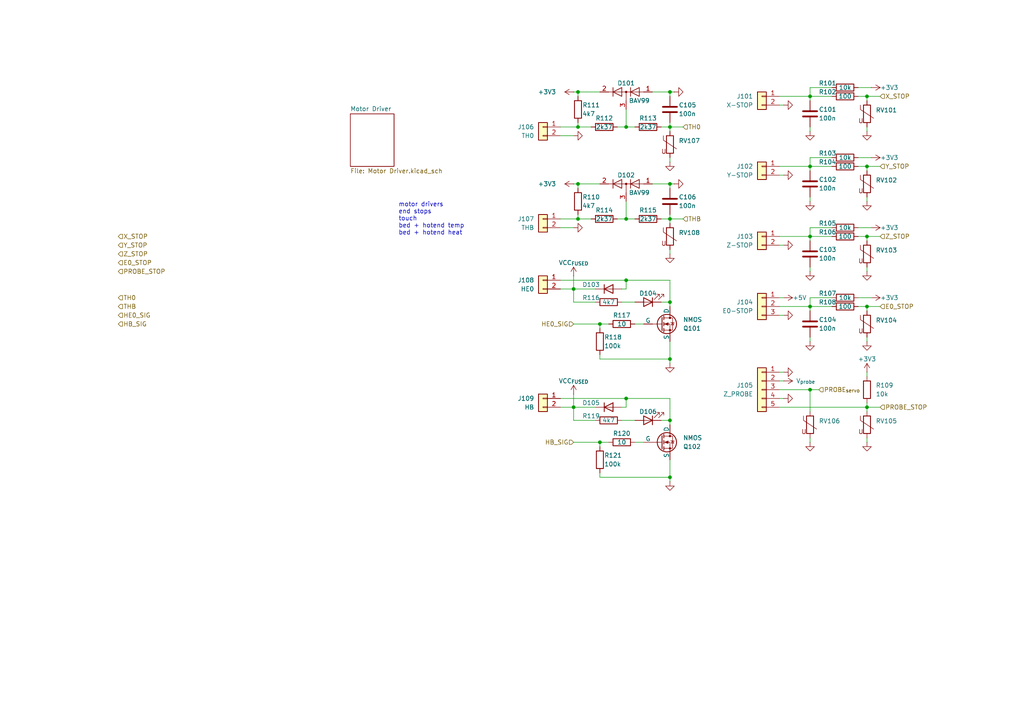
<source format=kicad_sch>
(kicad_sch (version 20231120) (generator "eeschema") (generator_version "8.0")
  (paper "A4")
  (title_block (title "3D Printer Mainboard 01") (date "2024-06-21") (rev "1") (company "Scott CJX"))
  (lib_symbols
    (symbol "Connector_Generic:Conn_01x02" (pin_names (offset 1.016) hide)
      (property "Reference" "J" (at 0 2.54 0))
      (property "Value" "Conn_01x02" (at 0 -5.08 0))
      (symbol "Conn_01x02_1_1"
        (rectangle (start -1.27 -2.413) (end 0 -2.667) (stroke (width 0.1524)))
        (rectangle (start -1.27 0.127) (end 0 -0.127) (stroke (width 0.1524)))
        (rectangle (start -1.27 1.27) (end 1.27 -3.81) (stroke (width 0.254)) (fill (type background)))
        (pin passive line (at -5.08 0 0) (length 3.81) (name "Pin_1") (number "1"))
        (pin passive line (at -5.08 -2.54 0) (length 3.81) (name "Pin_2") (number "2"))
      )
    )
    (symbol "Connector_Generic:Conn_01x03" (pin_names (offset 1.016) hide)
      (property "Reference" "J" (at 0 5.08 0))
      (property "Value" "Conn_01x03" (at 0 -5.08 0))
      (symbol "Conn_01x03_1_1"
        (rectangle (start -1.27 -2.413) (end 0 -2.667) (stroke (width 0.1524)))
        (rectangle (start -1.27 0.127) (end 0 -0.127) (stroke (width 0.1524)))
        (rectangle (start -1.27 2.667) (end 0 2.413) (stroke (width 0.1524)))
        (rectangle (start -1.27 3.81) (end 1.27 -3.81) (stroke (width 0.254)) (fill (type background)))
        (pin passive line (at -5.08 2.54 0) (length 3.81) (name "Pin_1") (number "1"))
        (pin passive line (at -5.08 0 0) (length 3.81) (name "Pin_2") (number "2"))
        (pin passive line (at -5.08 -2.54 0) (length 3.81) (name "Pin_3") (number "3"))
      )
    )
    (symbol "Connector_Generic:Conn_01x05" (pin_names (offset 1.016) hide)
      (property "Reference" "J" (at 0 7.62 0))
      (property "Value" "Conn_01x05" (at 0 -7.62 0))
      (symbol "Conn_01x05_1_1"
        (rectangle (start -1.27 -4.953) (end 0 -5.207) (stroke (width 0.1524)))
        (rectangle (start -1.27 -2.413) (end 0 -2.667) (stroke (width 0.1524)))
        (rectangle (start -1.27 0.127) (end 0 -0.127) (stroke (width 0.1524)))
        (rectangle (start -1.27 2.667) (end 0 2.413) (stroke (width 0.1524)))
        (rectangle (start -1.27 5.207) (end 0 4.953) (stroke (width 0.1524)))
        (rectangle (start -1.27 6.35) (end 1.27 -6.35) (stroke (width 0.254)) (fill (type background)))
        (pin passive line (at -5.08 5.08 0) (length 3.81) (name "Pin_1") (number "1"))
        (pin passive line (at -5.08 2.54 0) (length 3.81) (name "Pin_2") (number "2"))
        (pin passive line (at -5.08 0 0) (length 3.81) (name "Pin_3") (number "3"))
        (pin passive line (at -5.08 -2.54 0) (length 3.81) (name "Pin_4") (number "4"))
        (pin passive line (at -5.08 -5.08 0) (length 3.81) (name "Pin_5") (number "5"))
      )
    )
    (symbol "Device:C" (pin_numbers hide) (pin_names (offset 0.254))
      (property "Reference" "C" (at 0.635 2.54 0))
      (property "Value" "C" (at 0.635 -2.54 0))
      (symbol "C_0_1"
        (polyline (pts (xy -2.032 -0.762) (xy 2.032 -0.762)) (stroke (width 0.508)))
        (polyline (pts (xy -2.032 0.762) (xy 2.032 0.762)) (stroke (width 0.508)))
      )
      (symbol "C_1_1"
        (pin passive line (at 0 3.81 270) (length 2.794) (name "~") (number "1"))
        (pin passive line (at 0 -3.81 90) (length 2.794) (name "~") (number "2"))
      )
    )
    (symbol "Device:D" (pin_numbers hide) (pin_names (offset 1.016) hide)
      (property "Reference" "D" (at 0 2.54 0))
      (property "Value" "D" (at 0 -2.54 0))
      (symbol "D_0_1"
        (polyline (pts (xy -1.27 1.27) (xy -1.27 -1.27)) (stroke (width 0.254)))
        (polyline (pts (xy 1.27 0) (xy -1.27 0)))
        (polyline (pts (xy 1.27 1.27) (xy 1.27 -1.27) (xy -1.27 0) (xy 1.27 1.27)) (stroke (width 0.254)))
      )
      (symbol "D_1_1"
        (pin passive line (at -3.81 0 0) (length 2.54) (name "K") (number "1"))
        (pin passive line (at 3.81 0 180) (length 2.54) (name "A") (number "2"))
      )
    )
    (symbol "Device:LED" (pin_numbers hide) (pin_names (offset 1.016) hide)
      (property "Reference" "D" (at 0 2.54 0))
      (property "Value" "LED" (at 0 -2.54 0))
      (symbol "LED_0_1"
        (polyline (pts (xy -1.27 -1.27) (xy -1.27 1.27)) (stroke (width 0.254)))
        (polyline (pts (xy -1.27 0) (xy 1.27 0)))
        (polyline (pts (xy 1.27 -1.27) (xy 1.27 1.27) (xy -1.27 0) (xy 1.27 -1.27)) (stroke (width 0.254)))
        (polyline (pts (xy -3.048 -0.762) (xy -4.572 -2.286) (xy -3.81 -2.286) (xy -4.572 -2.286) (xy -4.572 -1.524)))
        (polyline (pts (xy -1.778 -0.762) (xy -3.302 -2.286) (xy -2.54 -2.286) (xy -3.302 -2.286) (xy -3.302 -1.524)))
      )
      (symbol "LED_1_1"
        (pin passive line (at -3.81 0 0) (length 2.54) (name "K") (number "1"))
        (pin passive line (at 3.81 0 180) (length 2.54) (name "A") (number "2"))
      )
    )
    (symbol "Device:R" (pin_numbers hide) (pin_names (offset 0))
      (property "Reference" "R" (at 2.032 0 90))
      (property "Value" "R" (at 0 0 90))
      (symbol "R_0_1"
        (rectangle (start -1.016 -2.54) (end 1.016 2.54) (stroke (width 0.254)))
      )
      (symbol "R_1_1"
        (pin passive line (at 0 3.81 270) (length 1.27) (name "~") (number "1"))
        (pin passive line (at 0 -3.81 90) (length 1.27) (name "~") (number "2"))
      )
    )
    (symbol "Device:Varistor" (pin_numbers hide) (pin_names (offset 0))
      (property "Reference" "RV" (at 3.175 0 90))
      (property "Value" "Varistor" (at -3.175 0 90))
      (symbol "Varistor_0_0"
        (text "U" (at -1.778 -2.032 0) (effects (font (size 1.27 1.27))))
      )
      (symbol "Varistor_0_1"
        (rectangle (start -1.016 -2.54) (end 1.016 2.54) (stroke (width 0.254)))
        (polyline (pts (xy -1.905 2.54) (xy -1.905 1.27) (xy 1.905 -1.27)))
      )
      (symbol "Varistor_1_1"
        (pin passive line (at 0 3.81 270) (length 1.27) (name "~") (number "1"))
        (pin passive line (at 0 -3.81 90) (length 1.27) (name "~") (number "2"))
      )
    )
    (symbol "Diode:BAV99" (pin_names hide)
      (property "Reference" "D" (at 0 5.08 0))
      (property "Value" "BAV99" (at 0 2.54 0))
      (symbol "BAV99_0_1"
        (polyline (pts (xy -5.08 0) (xy 5.08 0)))
      )
      (symbol "BAV99_1_1"
        (polyline (pts (xy 0 0) (xy 0 -2.54)))
        (polyline (pts (xy -1.27 -1.27) (xy -1.27 1.27) (xy -1.27 1.27)) (stroke (width 0.2032)))
        (polyline (pts (xy 3.81 1.27) (xy 3.81 -1.27) (xy 3.81 -1.27)) (stroke (width 0.2032)))
        (polyline (pts (xy -3.81 1.27) (xy -1.27 0) (xy -3.81 -1.27) (xy -3.81 1.27) (xy -3.81 1.27) (xy -3.81 1.27)) (stroke (width 0.2032)))
        (polyline (pts (xy 1.27 1.27) (xy 3.81 0) (xy 1.27 -1.27) (xy 1.27 1.27) (xy 1.27 1.27) (xy 1.27 1.27)) (stroke (width 0.2032)))
        (circle (center 0 0) (radius 0.254) (fill (type outline)))
        (pin passive line (at -7.62 0 0) (length 2.54) (name "K") (number "1"))
        (pin passive line (at 7.62 0 180) (length 2.54) (name "A") (number "2"))
        (pin passive line (at 0 -5.08 90) (length 2.54) (name "K") (number "3"))
      )
    )
    (symbol "MCU_ST_STM32F4:STM32F407VETx"
      (property "Reference" "U" (at -17.78 67.31 0))
      (property "Value" "STM32F407VETx" (at 12.7 67.31 0))
      (symbol "STM32F407VETx_0_1"
        (rectangle (start -17.78 -66.04) (end 17.78 66.04) (stroke (width 0.254)) (fill (type background)))
      )
      (symbol "STM32F407VETx_1_1"
        (pin bidirectional line (at -22.86 35.56 0) (length 5.08) (name "PE2") (number "1"))
        (pin power_in line (at 0 -71.12 90) (length 5.08) (name "VSS") (number "10"))
        (pin power_in line (at 7.62 71.12 270) (length 5.08) (name "VDD") (number "100"))
        (pin power_in line (at -5.08 71.12 270) (length 5.08) (name "VDD") (number "11"))
        (pin bidirectional line (at -22.86 48.26 0) (length 5.08) (name "PH0") (number "12"))
        (pin bidirectional line (at -22.86 45.72 0) (length 5.08) (name "PH1") (number "13"))
        (pin input line (at -22.86 63.5 0) (length 5.08) (name "NRST") (number "14"))
        (pin bidirectional line (at 22.86 -22.86 180) (length 5.08) (name "PC0") (number "15"))
        (pin bidirectional line (at 22.86 -25.4 180) (length 5.08) (name "PC1") (number "16"))
        (pin bidirectional line (at 22.86 -27.94 180) (length 5.08) (name "PC2") (number "17"))
        (pin bidirectional line (at 22.86 -30.48 180) (length 5.08) (name "PC3") (number "18"))
        (pin power_in line (at -2.54 71.12 270) (length 5.08) (name "VDD") (number "19"))
        (pin bidirectional line (at -22.86 33.02 0) (length 5.08) (name "PE3") (number "2"))
        (pin power_in line (at 2.54 -71.12 90) (length 5.08) (name "VSSA") (number "20"))
        (pin input line (at -22.86 53.34 0) (length 5.08) (name "VREF+") (number "21"))
        (pin power_in line (at 10.16 71.12 270) (length 5.08) (name "VDDA") (number "22"))
        (pin bidirectional line (at 22.86 63.5 180) (length 5.08) (name "PA0") (number "23"))
        (pin bidirectional line (at 22.86 60.96 180) (length 5.08) (name "PA1") (number "24"))
        (pin bidirectional line (at 22.86 58.42 180) (length 5.08) (name "PA2") (number "25"))
        (pin bidirectional line (at 22.86 55.88 180) (length 5.08) (name "PA3") (number "26"))
        (pin passive line (at 0 -71.12 90) (length 5.08) hide (name "VSS") (number "27"))
        (pin power_in line (at 0 71.12 270) (length 5.08) (name "VDD") (number "28"))
        (pin bidirectional line (at 22.86 53.34 180) (length 5.08) (name "PA4") (number "29"))
        (pin bidirectional line (at -22.86 30.48 0) (length 5.08) (name "PE4") (number "3"))
        (pin bidirectional line (at 22.86 50.8 180) (length 5.08) (name "PA5") (number "30"))
        (pin bidirectional line (at 22.86 48.26 180) (length 5.08) (name "PA6") (number "31"))
        (pin bidirectional line (at 22.86 45.72 180) (length 5.08) (name "PA7") (number "32"))
        (pin bidirectional line (at 22.86 -33.02 180) (length 5.08) (name "PC4") (number "33"))
        (pin bidirectional line (at 22.86 -35.56 180) (length 5.08) (name "PC5") (number "34"))
        (pin bidirectional line (at 22.86 20.32 180) (length 5.08) (name "PB0") (number "35"))
        (pin bidirectional line (at 22.86 17.78 180) (length 5.08) (name "PB1") (number "36"))
        (pin bidirectional line (at 22.86 15.24 180) (length 5.08) (name "PB2") (number "37"))
        (pin bidirectional line (at -22.86 22.86 0) (length 5.08) (name "PE7") (number "38"))
        (pin bidirectional line (at -22.86 20.32 0) (length 5.08) (name "PE8") (number "39"))
        (pin bidirectional line (at -22.86 27.94 0) (length 5.08) (name "PE5") (number "4"))
        (pin bidirectional line (at -22.86 17.78 0) (length 5.08) (name "PE9") (number "40"))
        (pin bidirectional line (at -22.86 15.24 0) (length 5.08) (name "PE10") (number "41"))
        (pin bidirectional line (at -22.86 12.7 0) (length 5.08) (name "PE11") (number "42"))
        (pin bidirectional line (at -22.86 10.16 0) (length 5.08) (name "PE12") (number "43"))
        (pin bidirectional line (at -22.86 7.62 0) (length 5.08) (name "PE13") (number "44"))
        (pin bidirectional line (at -22.86 5.08 0) (length 5.08) (name "PE14") (number "45"))
        (pin bidirectional line (at -22.86 2.54 0) (length 5.08) (name "PE15") (number "46"))
        (pin bidirectional line (at 22.86 -5.08 180) (length 5.08) (name "PB10") (number "47"))
        (pin bidirectional line (at 22.86 -7.62 180) (length 5.08) (name "PB11") (number "48"))
        (pin power_out line (at -22.86 -45.72 0) (length 5.08) (name "VCAP_1") (number "49"))
        (pin bidirectional line (at -22.86 25.4 0) (length 5.08) (name "PE6") (number "5"))
        (pin power_in line (at 2.54 71.12 270) (length 5.08) (name "VDD") (number "50"))
        (pin bidirectional line (at 22.86 -10.16 180) (length 5.08) (name "PB12") (number "51"))
        (pin bidirectional line (at 22.86 -12.7 180) (length 5.08) (name "PB13") (number "52"))
        (pin bidirectional line (at 22.86 -15.24 180) (length 5.08) (name "PB14") (number "53"))
        (pin bidirectional line (at 22.86 -17.78 180) (length 5.08) (name "PB15") (number "54"))
        (pin bidirectional line (at -22.86 -22.86 0) (length 5.08) (name "PD8") (number "55"))
        (pin bidirectional line (at -22.86 -25.4 0) (length 5.08) (name "PD9") (number "56"))
        (pin bidirectional line (at -22.86 -27.94 0) (length 5.08) (name "PD10") (number "57"))
        (pin bidirectional line (at -22.86 -30.48 0) (length 5.08) (name "PD11") (number "58"))
        (pin bidirectional line (at -22.86 -33.02 0) (length 5.08) (name "PD12") (number "59"))
        (pin power_in line (at -7.62 71.12 270) (length 5.08) (name "VBAT") (number "6"))
        (pin bidirectional line (at -22.86 -35.56 0) (length 5.08) (name "PD13") (number "60"))
        (pin bidirectional line (at -22.86 -38.1 0) (length 5.08) (name "PD14") (number "61"))
        (pin bidirectional line (at -22.86 -40.64 0) (length 5.08) (name "PD15") (number "62"))
        (pin bidirectional line (at 22.86 -38.1 180) (length 5.08) (name "PC6") (number "63"))
        (pin bidirectional line (at 22.86 -40.64 180) (length 5.08) (name "PC7") (number "64"))
        (pin bidirectional line (at 22.86 -43.18 180) (length 5.08) (name "PC8") (number "65"))
        (pin bidirectional line (at 22.86 -45.72 180) (length 5.08) (name "PC9") (number "66"))
        (pin bidirectional line (at 22.86 43.18 180) (length 5.08) (name "PA8") (number "67"))
        (pin bidirectional line (at 22.86 40.64 180) (length 5.08) (name "PA9") (number "68"))
        (pin bidirectional line (at 22.86 38.1 180) (length 5.08) (name "PA10") (number "69"))
        (pin bidirectional line (at 22.86 -55.88 180) (length 5.08) (name "PC13") (number "7"))
        (pin bidirectional line (at 22.86 35.56 180) (length 5.08) (name "PA11") (number "70"))
        (pin bidirectional line (at 22.86 33.02 180) (length 5.08) (name "PA12") (number "71"))
        (pin bidirectional line (at 22.86 30.48 180) (length 5.08) (name "PA13") (number "72"))
        (pin power_out line (at -22.86 -48.26 0) (length 5.08) (name "VCAP_2") (number "73"))
        (pin passive line (at 0 -71.12 90) (length 5.08) hide (name "VSS") (number "74"))
        (pin power_in line (at 5.08 71.12 270) (length 5.08) (name "VDD") (number "75"))
        (pin bidirectional line (at 22.86 27.94 180) (length 5.08) (name "PA14") (number "76"))
        (pin bidirectional line (at 22.86 25.4 180) (length 5.08) (name "PA15") (number "77"))
        (pin bidirectional line (at 22.86 -48.26 180) (length 5.08) (name "PC10") (number "78"))
        (pin bidirectional line (at 22.86 -50.8 180) (length 5.08) (name "PC11") (number "79"))
        (pin bidirectional line (at 22.86 -58.42 180) (length 5.08) (name "PC14") (number "8"))
        (pin bidirectional line (at 22.86 -53.34 180) (length 5.08) (name "PC12") (number "80"))
        (pin bidirectional line (at -22.86 -2.54 0) (length 5.08) (name "PD0") (number "81"))
        (pin bidirectional line (at -22.86 -5.08 0) (length 5.08) (name "PD1") (number "82"))
        (pin bidirectional line (at -22.86 -7.62 0) (length 5.08) (name "PD2") (number "83"))
        (pin bidirectional line (at -22.86 -10.16 0) (length 5.08) (name "PD3") (number "84"))
        (pin bidirectional line (at -22.86 -12.7 0) (length 5.08) (name "PD4") (number "85"))
        (pin bidirectional line (at -22.86 -15.24 0) (length 5.08) (name "PD5") (number "86"))
        (pin bidirectional line (at -22.86 -17.78 0) (length 5.08) (name "PD6") (number "87"))
        (pin bidirectional line (at -22.86 -20.32 0) (length 5.08) (name "PD7") (number "88"))
        (pin bidirectional line (at 22.86 12.7 180) (length 5.08) (name "PB3") (number "89"))
        (pin bidirectional line (at 22.86 -60.96 180) (length 5.08) (name "PC15") (number "9"))
        (pin bidirectional line (at 22.86 10.16 180) (length 5.08) (name "PB4") (number "90"))
        (pin bidirectional line (at 22.86 7.62 180) (length 5.08) (name "PB5") (number "91"))
        (pin bidirectional line (at 22.86 5.08 180) (length 5.08) (name "PB6") (number "92"))
        (pin bidirectional line (at 22.86 2.54 180) (length 5.08) (name "PB7") (number "93"))
        (pin input line (at -22.86 58.42 0) (length 5.08) (name "BOOT0") (number "94"))
        (pin bidirectional line (at 22.86 0 180) (length 5.08) (name "PB8") (number "95"))
        (pin bidirectional line (at 22.86 -2.54 180) (length 5.08) (name "PB9") (number "96"))
        (pin bidirectional line (at -22.86 40.64 0) (length 5.08) (name "PE0") (number "97"))
        (pin bidirectional line (at -22.86 38.1 0) (length 5.08) (name "PE1") (number "98"))
        (pin passive line (at 0 -71.12 90) (length 5.08) hide (name "VSS") (number "99"))
      )
    )
    (symbol "Simulation_SPICE:NMOS" (pin_numbers hide) (pin_names (offset 0))
      (property "Reference" "Q" (at 5.08 1.27 0))
      (property "Value" "NMOS" (at 5.08 -1.27 0))
      (symbol "NMOS_0_1"
        (polyline (pts (xy 0.254 0) (xy -2.54 0)))
        (polyline (pts (xy 0.254 1.905) (xy 0.254 -1.905)) (stroke (width 0.254)))
        (polyline (pts (xy 0.762 -1.27) (xy 0.762 -2.286)) (stroke (width 0.254)))
        (polyline (pts (xy 0.762 0.508) (xy 0.762 -0.508)) (stroke (width 0.254)))
        (polyline (pts (xy 0.762 2.286) (xy 0.762 1.27)) (stroke (width 0.254)))
        (polyline (pts (xy 2.54 2.54) (xy 2.54 1.778)))
        (polyline (pts (xy 2.54 -2.54) (xy 2.54 0) (xy 0.762 0)))
        (polyline (pts (xy 0.762 -1.778) (xy 3.302 -1.778) (xy 3.302 1.778) (xy 0.762 1.778)))
        (polyline (pts (xy 1.016 0) (xy 2.032 0.381) (xy 2.032 -0.381) (xy 1.016 0)) (fill (type outline)))
        (polyline (pts (xy 2.794 0.508) (xy 2.921 0.381) (xy 3.683 0.381) (xy 3.81 0.254)))
        (polyline (pts (xy 3.302 0.381) (xy 2.921 -0.254) (xy 3.683 -0.254) (xy 3.302 0.381)))
        (circle (center 1.651 0) (radius 2.794) (stroke (width 0.254)))
        (circle (center 2.54 -1.778) (radius 0.254) (fill (type outline)))
        (circle (center 2.54 1.778) (radius 0.254) (fill (type outline)))
      )
      (symbol "NMOS_1_1"
        (pin passive line (at 2.54 5.08 270) (length 2.54) (name "D") (number "1"))
        (pin input line (at -5.08 0 0) (length 2.54) (name "G") (number "2"))
        (pin passive line (at 2.54 -5.08 90) (length 2.54) (name "S") (number "3"))
      )
    )
    (symbol "power:+3V3" (power) (pin_numbers hide) (pin_names (offset 0) hide)
      (property "Value" "+3V3" (at 0 3.556 0))
      (symbol "+3V3_0_1"
        (polyline (pts (xy -0.762 1.27) (xy 0 2.54)))
        (polyline (pts (xy 0 0) (xy 0 2.54)))
        (polyline (pts (xy 0 2.54) (xy 0.762 1.27)))
      )
      (symbol "+3V3_1_1"
        (pin power_in line (at 0 0 90) (length 0) (name "~") (number "1"))
      )
    )
    (symbol "power:+5V" (power) (pin_numbers hide) (pin_names (offset 0) hide)
      (property "Value" "+5V" (at 0 3.556 0))
      (symbol "+5V_0_1"
        (polyline (pts (xy -0.762 1.27) (xy 0 2.54)))
        (polyline (pts (xy 0 0) (xy 0 2.54)))
        (polyline (pts (xy 0 2.54) (xy 0.762 1.27)))
      )
      (symbol "+5V_1_1"
        (pin power_in line (at 0 0 90) (length 0) (name "~") (number "1"))
      )
    )
    (symbol "power:GND" (power) (pin_numbers hide) (pin_names (offset 0) hide)
      (property "Value" "GND" (at 0 -3.81 0))
      (symbol "GND_0_1"
        (polyline (pts (xy 0 0) (xy 0 -1.27) (xy 1.27 -1.27) (xy 0 -2.54) (xy -1.27 -1.27) (xy 0 -1.27)))
      )
      (symbol "GND_1_1"
        (pin power_in line (at 0 0 270) (length 0) (name "~") (number "1"))
      )
    )
    (symbol "power:VCC" (power) (pin_numbers hide) (pin_names (offset 0) hide)
      (property "Value" "VCC" (at 0 3.556 0))
      (symbol "VCC_0_1"
        (polyline (pts (xy -0.762 1.27) (xy 0 2.54)))
        (polyline (pts (xy 0 0) (xy 0 2.54)))
        (polyline (pts (xy 0 2.54) (xy 0.762 1.27)))
      )
      (symbol "VCC_1_1"
        (pin power_in line (at 0 0 90) (length 0) (name "~") (number "1"))
      )
    )
  )
  (junction (at 167.64 53.34))
  (junction (at 251.46 27.94))
  (junction (at 181.61 63.5))
  (junction (at 194.31 104.14))
  (junction (at 166.37 118.11))
  (junction (at 167.64 26.67))
  (junction (at 194.31 63.5))
  (junction (at 167.64 63.5))
  (junction (at 234.95 48.26))
  (junction (at 173.99 128.27))
  (junction (at 234.95 113.03))
  (junction (at 251.46 48.26))
  (junction (at 234.95 27.94))
  (junction (at 181.61 36.83))
  (junction (at 251.46 88.9))
  (junction (at 194.31 138.43))
  (junction (at 181.61 115.57))
  (junction (at 181.61 81.28))
  (junction (at 194.31 26.67))
  (junction (at 173.99 93.98))
  (junction (at 251.46 68.58))
  (junction (at 234.95 68.58))
  (junction (at 194.31 53.34))
  (junction (at 194.31 87.63))
  (junction (at 166.37 83.82))
  (junction (at 167.64 36.83))
  (junction (at 194.31 121.92))
  (junction (at 251.46 118.11))
  (junction (at 194.31 36.83))
  (junction (at 234.95 88.9))
  (wire (pts (xy 162.56 83.82) (xy 166.37 83.82)))
  (wire (pts (xy 181.61 63.5) (xy 179.07 63.5)))
  (wire (pts (xy 167.64 36.83) (xy 171.45 36.83)))
  (wire (pts (xy 234.95 57.15) (xy 234.95 58.42)))
  (wire (pts (xy 248.92 45.72) (xy 252.73 45.72)))
  (wire (pts (xy 234.95 86.36) (xy 234.95 88.9)))
  (wire (pts (xy 162.56 81.28) (xy 181.61 81.28)))
  (wire (pts (xy 251.46 27.94) (xy 255.27 27.94)))
  (wire (pts (xy 173.99 102.87) (xy 173.99 104.14)))
  (wire (pts (xy 251.46 116.84) (xy 251.46 118.11)))
  (wire (pts (xy 191.77 63.5) (xy 194.31 63.5)))
  (wire (pts (xy 251.46 36.83) (xy 251.46 38.1)))
  (wire (pts (xy 226.06 86.36) (xy 227.33 86.36)))
  (wire (pts (xy 173.99 104.14) (xy 194.31 104.14)))
  (wire (pts (xy 194.31 53.34) (xy 195.58 53.34)))
  (wire (pts (xy 251.46 77.47) (xy 251.46 78.74)))
  (wire (pts (xy 166.37 26.67) (xy 167.64 26.67)))
  (wire (pts (xy 167.64 63.5) (xy 171.45 63.5)))
  (wire (pts (xy 191.77 87.63) (xy 194.31 87.63)))
  (wire (pts (xy 234.95 88.9) (xy 241.3 88.9)))
  (wire (pts (xy 162.56 118.11) (xy 166.37 118.11)))
  (wire (pts (xy 248.92 48.26) (xy 251.46 48.26)))
  (wire (pts (xy 173.99 128.27) (xy 176.53 128.27)))
  (wire (pts (xy 251.46 88.9) (xy 255.27 88.9)))
  (wire (pts (xy 166.37 114.3) (xy 166.37 118.11)))
  (wire (pts (xy 166.37 121.92) (xy 166.37 118.11)))
  (wire (pts (xy 234.95 36.83) (xy 234.95 38.1)))
  (wire (pts (xy 227.33 91.44) (xy 226.06 91.44)))
  (wire (pts (xy 227.33 50.8) (xy 226.06 50.8)))
  (wire (pts (xy 181.61 31.75) (xy 181.61 36.83)))
  (wire (pts (xy 191.77 36.83) (xy 194.31 36.83)))
  (wire (pts (xy 248.92 86.36) (xy 252.73 86.36)))
  (wire (pts (xy 234.95 113.03) (xy 234.95 119.38)))
  (wire (pts (xy 181.61 58.42) (xy 181.61 63.5)))
  (wire (pts (xy 167.64 53.34) (xy 173.99 53.34)))
  (wire (pts (xy 167.64 62.23) (xy 167.64 63.5)))
  (wire (pts (xy 234.95 68.58) (xy 234.95 69.85)))
  (wire (pts (xy 227.33 30.48) (xy 226.06 30.48)))
  (wire (pts (xy 166.37 93.98) (xy 173.99 93.98)))
  (wire (pts (xy 172.72 87.63) (xy 166.37 87.63)))
  (wire (pts (xy 166.37 39.37) (xy 162.56 39.37)))
  (wire (pts (xy 191.77 121.92) (xy 194.31 121.92)))
  (wire (pts (xy 194.31 63.5) (xy 194.31 64.77)))
  (wire (pts (xy 180.34 83.82) (xy 181.61 83.82)))
  (wire (pts (xy 234.95 48.26) (xy 241.3 48.26)))
  (wire (pts (xy 234.95 97.79) (xy 234.95 99.06)))
  (wire (pts (xy 226.06 48.26) (xy 234.95 48.26)))
  (wire (pts (xy 184.15 128.27) (xy 186.69 128.27)))
  (wire (pts (xy 173.99 93.98) (xy 176.53 93.98)))
  (wire (pts (xy 194.31 36.83) (xy 194.31 38.1)))
  (wire (pts (xy 194.31 45.72) (xy 194.31 46.99)))
  (wire (pts (xy 194.31 63.5) (xy 194.31 62.23)))
  (wire (pts (xy 194.31 72.39) (xy 194.31 73.66)))
  (wire (pts (xy 251.46 48.26) (xy 255.27 48.26)))
  (wire (pts (xy 248.92 66.04) (xy 252.73 66.04)))
  (wire (pts (xy 166.37 80.01) (xy 166.37 83.82)))
  (wire (pts (xy 234.95 88.9) (xy 234.95 90.17)))
  (wire (pts (xy 234.95 25.4) (xy 234.95 27.94)))
  (wire (pts (xy 227.33 107.95) (xy 226.06 107.95)))
  (wire (pts (xy 241.3 66.04) (xy 234.95 66.04)))
  (wire (pts (xy 227.33 115.57) (xy 226.06 115.57)))
  (wire (pts (xy 194.31 81.28) (xy 194.31 87.63)))
  (wire (pts (xy 194.31 63.5) (xy 198.12 63.5)))
  (wire (pts (xy 194.31 36.83) (xy 194.31 35.56)))
  (wire (pts (xy 194.31 36.83) (xy 198.12 36.83)))
  (wire (pts (xy 181.61 83.82) (xy 181.61 81.28)))
  (wire (pts (xy 251.46 118.11) (xy 251.46 119.38)))
  (wire (pts (xy 162.56 63.5) (xy 167.64 63.5)))
  (wire (pts (xy 251.46 48.26) (xy 251.46 49.53)))
  (wire (pts (xy 166.37 66.04) (xy 162.56 66.04)))
  (wire (pts (xy 166.37 83.82) (xy 172.72 83.82)))
  (wire (pts (xy 181.61 118.11) (xy 181.61 115.57)))
  (wire (pts (xy 173.99 138.43) (xy 194.31 138.43)))
  (wire (pts (xy 167.64 35.56) (xy 167.64 36.83)))
  (wire (pts (xy 226.06 27.94) (xy 234.95 27.94)))
  (wire (pts (xy 184.15 93.98) (xy 186.69 93.98)))
  (wire (pts (xy 251.46 88.9) (xy 251.46 90.17)))
  (wire (pts (xy 194.31 26.67) (xy 194.31 27.94)))
  (wire (pts (xy 226.06 110.49) (xy 227.33 110.49)))
  (wire (pts (xy 251.46 118.11) (xy 255.27 118.11)))
  (wire (pts (xy 166.37 87.63) (xy 166.37 83.82)))
  (wire (pts (xy 194.31 121.92) (xy 194.31 123.19)))
  (wire (pts (xy 234.95 127) (xy 234.95 128.27)))
  (wire (pts (xy 251.46 57.15) (xy 251.46 58.42)))
  (wire (pts (xy 181.61 36.83) (xy 179.07 36.83)))
  (wire (pts (xy 241.3 86.36) (xy 234.95 86.36)))
  (wire (pts (xy 167.64 53.34) (xy 167.64 54.61)))
  (wire (pts (xy 234.95 113.03) (xy 237.49 113.03)))
  (wire (pts (xy 166.37 118.11) (xy 172.72 118.11)))
  (wire (pts (xy 167.64 26.67) (xy 167.64 27.94)))
  (wire (pts (xy 181.61 63.5) (xy 184.15 63.5)))
  (wire (pts (xy 181.61 36.83) (xy 184.15 36.83)))
  (wire (pts (xy 234.95 68.58) (xy 241.3 68.58)))
  (wire (pts (xy 173.99 137.16) (xy 173.99 138.43)))
  (wire (pts (xy 227.33 71.12) (xy 226.06 71.12)))
  (wire (pts (xy 248.92 68.58) (xy 251.46 68.58)))
  (wire (pts (xy 226.06 118.11) (xy 251.46 118.11)))
  (wire (pts (xy 180.34 118.11) (xy 181.61 118.11)))
  (wire (pts (xy 226.06 68.58) (xy 234.95 68.58)))
  (wire (pts (xy 251.46 107.95) (xy 251.46 109.22)))
  (wire (pts (xy 162.56 115.57) (xy 181.61 115.57)))
  (wire (pts (xy 194.31 115.57) (xy 194.31 121.92)))
  (wire (pts (xy 248.92 88.9) (xy 251.46 88.9)))
  (wire (pts (xy 234.95 48.26) (xy 234.95 49.53)))
  (wire (pts (xy 234.95 45.72) (xy 234.95 48.26)))
  (wire (pts (xy 173.99 93.98) (xy 173.99 95.25)))
  (wire (pts (xy 181.61 115.57) (xy 194.31 115.57)))
  (wire (pts (xy 251.46 127) (xy 251.46 128.27)))
  (wire (pts (xy 173.99 128.27) (xy 173.99 129.54)))
  (wire (pts (xy 181.61 81.28) (xy 194.31 81.28)))
  (wire (pts (xy 251.46 68.58) (xy 251.46 69.85)))
  (wire (pts (xy 226.06 88.9) (xy 234.95 88.9)))
  (wire (pts (xy 234.95 66.04) (xy 234.95 68.58)))
  (wire (pts (xy 194.31 26.67) (xy 195.58 26.67)))
  (wire (pts (xy 189.23 53.34) (xy 194.31 53.34)))
  (wire (pts (xy 167.64 26.67) (xy 173.99 26.67)))
  (wire (pts (xy 248.92 25.4) (xy 252.73 25.4)))
  (wire (pts (xy 241.3 25.4) (xy 234.95 25.4)))
  (wire (pts (xy 189.23 26.67) (xy 194.31 26.67)))
  (wire (pts (xy 194.31 87.63) (xy 194.31 88.9)))
  (wire (pts (xy 234.95 27.94) (xy 234.95 29.21)))
  (wire (pts (xy 248.92 27.94) (xy 251.46 27.94)))
  (wire (pts (xy 162.56 36.83) (xy 167.64 36.83)))
  (wire (pts (xy 172.72 121.92) (xy 166.37 121.92)))
  (wire (pts (xy 226.06 113.03) (xy 234.95 113.03)))
  (wire (pts (xy 194.31 53.34) (xy 194.31 54.61)))
  (wire (pts (xy 166.37 128.27) (xy 173.99 128.27)))
  (wire (pts (xy 251.46 68.58) (xy 255.27 68.58)))
  (wire (pts (xy 194.31 104.14) (xy 194.31 99.06)))
  (wire (pts (xy 180.34 87.63) (xy 184.15 87.63)))
  (wire (pts (xy 234.95 77.47) (xy 234.95 78.74)))
  (wire (pts (xy 251.46 27.94) (xy 251.46 29.21)))
  (wire (pts (xy 241.3 45.72) (xy 234.95 45.72)))
  (wire (pts (xy 251.46 97.79) (xy 251.46 99.06)))
  (wire (pts (xy 234.95 27.94) (xy 241.3 27.94)))
  (wire (pts (xy 194.31 105.41) (xy 194.31 104.14)))
  (wire (pts (xy 194.31 138.43) (xy 194.31 133.35)))
  (wire (pts (xy 180.34 121.92) (xy 184.15 121.92)))
  (wire (pts (xy 194.31 139.7) (xy 194.31 138.43)))
  (wire (pts (xy 166.37 53.34) (xy 167.64 53.34)))
  (text "motor drivers\nend stops\ntouch\nbed + hotend temp\nbed + hotend heat" (at 115.57 63.5 0) (effects (font (size 1.27 1.27)) (justify left)))
  (hierarchical_label "HE0_SIG" (shape input) (at 34.29 91.44 0))
  (hierarchical_label "E0_STOP" (shape input) (at 255.27 88.9 0))
  (hierarchical_label "X_STOP" (shape input) (at 34.29 68.58 0))
  (hierarchical_label "Y_STOP" (shape input) (at 34.29 71.12 0))
  (hierarchical_label "HB_SIG" (shape input) (at 34.29 93.98 0))
  (hierarchical_label "Z_STOP" (shape input) (at 255.27 68.58 0))
  (hierarchical_label "E0_STOP" (shape input) (at 34.29 76.2 0))
  (hierarchical_label "THB" (shape input) (at 198.12 63.5 0))
  (hierarchical_label "PROBE_{servo}" (shape input) (at 237.49 113.03 0))
  (hierarchical_label "PROBE_STOP" (shape input) (at 34.29 78.74 0))
  (hierarchical_label "X_STOP" (shape input) (at 255.27 27.94 0))
  (hierarchical_label "THB" (shape input) (at 34.29 88.9 0))
  (hierarchical_label "HE0_SIG" (shape input) (at 166.37 93.98 180))
  (hierarchical_label "TH0" (shape input) (at 34.29 86.36 0))
  (hierarchical_label "PROBE_STOP" (shape input) (at 255.27 118.11 0))
  (hierarchical_label "Z_STOP" (shape input) (at 34.29 73.66 0))
  (hierarchical_label "TH0" (shape input) (at 198.12 36.83 0))
  (hierarchical_label "HB_SIG" (shape input) (at 166.37 128.27 180))
  (hierarchical_label "Y_STOP" (shape input) (at 255.27 48.26 0))
  (symbol (lib_id "Device:D") (at 176.53 118.11 0) (unit 1)
    (property "Reference" "D105" (at 171.45 116.84 0))
    (property "Value" "D" (effects (hide yes)))
    (property "Description" "Diode" (effects (hide yes)))
    (property "Sim.Device" "D" (effects (hide yes)))
    (property "Sim.Pins" "1=K 2=A" (effects (hide yes)))
  )
  (symbol (lib_id "Connector_Generic:Conn_01x02") (at 157.48 36.83 0) (mirror y) (unit 1)
    (property "Reference" "J106" (at 154.94 36.83 0) (effects (justify left)))
    (property "Value" "TH0" (at 154.94 39.37 0) (effects (justify left)))
    (property "Description" "Generic connector, single row, 01x02, script generated (kicad-library-utils/schlib/autogen/connector/)" (effects (hide yes)))
  )
  (symbol (lib_id "Connector_Generic:Conn_01x02") (at 220.98 27.94 0) (mirror y) (unit 1)
    (property "Reference" "J101" (at 218.44 27.9399 0) (effects (justify left)))
    (property "Value" "X-STOP" (at 218.44 30.4799 0) (effects (justify left)))
    (property "Description" "Generic connector, single row, 01x02, script generated (kicad-library-utils/schlib/autogen/connector/)" (effects (hide yes)))
  )
  (symbol (lib_id "power:VCC") (at 166.37 114.3 0) (unit 1)
    (property "Reference" "#PWR0134" (effects (hide yes)))
    (property "Value" "VCC_{FUSED}" (at 166.37 110.49 0))
    (property "Description" "Power symbol creates a global label with name \"VCC\"" (effects (hide yes)))
  )
  (symbol (lib_id "power:GND") (at 227.33 91.44 90) (mirror x) (unit 1)
    (property "Reference" "#PWR0114" (effects (hide yes)))
    (property "Value" "GND" (effects (hide yes)))
    (property "Description" "Power symbol creates a global label with name \"GND\" , ground" (effects (hide yes)))
  )
  (symbol (lib_id "Device:R") (at 245.11 88.9 90) (unit 1)
    (property "Reference" "R108" (at 240.03 87.63 90))
    (property "Value" "100" (at 245.11 88.9 90))
    (property "Description" "Resistor" (effects (hide yes)))
  )
  (symbol (lib_id "power:GND") (at 234.95 38.1 0) (mirror y) (unit 1)
    (property "Reference" "#PWR0102" (effects (hide yes)))
    (property "Value" "GND" (effects (hide yes)))
    (property "Description" "Power symbol creates a global label with name \"GND\" , ground" (effects (hide yes)))
  )
  (symbol (lib_id "Connector_Generic:Conn_01x02") (at 220.98 48.26 0) (mirror y) (unit 1)
    (property "Reference" "J102" (at 218.44 48.2599 0) (effects (justify left)))
    (property "Value" "Y-STOP" (at 218.44 50.7999 0) (effects (justify left)))
    (property "Description" "Generic connector, single row, 01x02, script generated (kicad-library-utils/schlib/autogen/connector/)" (effects (hide yes)))
  )
  (symbol (lib_id "power:GND") (at 251.46 128.27 0) (mirror y) (unit 1)
    (property "Reference" "#PWR0121" (effects (hide yes)))
    (property "Value" "GND" (effects (hide yes)))
    (property "Description" "Power symbol creates a global label with name \"GND\" , ground" (effects (hide yes)))
  )
  (symbol (lib_id "Device:LED") (at 187.96 87.63 180) (unit 1)
    (property "Reference" "D104" (at 187.96 85.09 0))
    (property "Value" "LED" (effects (hide yes)))
    (property "Description" "Light emitting diode" (effects (hide yes)))
  )
  (symbol (lib_id "power:GND") (at 194.31 105.41 0) (mirror y) (unit 1)
    (property "Reference" "#PWR0132" (effects (hide yes)))
    (property "Value" "GND" (effects (hide yes)))
    (property "Description" "Power symbol creates a global label with name \"GND\" , ground" (effects (hide yes)))
  )
  (symbol (lib_id "power:+3V3") (at 252.73 25.4 270) (unit 1)
    (property "Reference" "#PWR0103" (effects (hide yes)))
    (property "Value" "+3V3" (at 255.27 25.4 90) (effects (justify left)))
    (property "Description" "Power symbol creates a global label with name \"+3V3\"" (effects (hide yes)))
  )
  (symbol (lib_id "power:GND") (at 195.58 53.34 90) (mirror x) (unit 1)
    (property "Reference" "#PWR0129" (effects (hide yes)))
    (property "Value" "GND" (effects (hide yes)))
    (property "Description" "Power symbol creates a global label with name \"GND\" , ground" (effects (hide yes)))
  )
  (symbol (lib_id "Device:C") (at 234.95 33.02 0) (unit 1)
    (property "Reference" "C101" (at 237.49 31.75 0) (effects (justify left)))
    (property "Value" "100n" (at 237.49 34.29 0) (effects (justify left)))
    (property "Description" "Unpolarized capacitor" (effects (hide yes)))
  )
  (symbol (lib_id "power:+3V3") (at 252.73 45.72 270) (unit 1)
    (property "Reference" "#PWR0105" (effects (hide yes)))
    (property "Value" "+3V3" (at 255.27 45.72 90) (effects (justify left)))
    (property "Description" "Power symbol creates a global label with name \"+3V3\"" (effects (hide yes)))
  )
  (symbol (lib_id "power:GND") (at 227.33 50.8 90) (mirror x) (unit 1)
    (property "Reference" "#PWR0106" (effects (hide yes)))
    (property "Value" "GND" (effects (hide yes)))
    (property "Description" "Power symbol creates a global label with name \"GND\" , ground" (effects (hide yes)))
  )
  (symbol (lib_id "power:+5V") (at 227.33 86.36 270) (unit 1)
    (property "Reference" "#PWR0117" (effects (hide yes)))
    (property "Value" "+5V" (at 229.87 86.36 90) (effects (justify left)))
    (property "Description" "Power symbol creates a global label with name \"+5V\"" (effects (hide yes)))
  )
  (symbol (lib_id "Device:R") (at 173.99 133.35 0) (unit 1)
    (property "Reference" "R121" (at 175.26 132.08 0) (effects (justify left)))
    (property "Value" "100k" (at 175.26 134.62 0) (effects (justify left)))
    (property "Description" "Resistor" (effects (hide yes)))
  )
  (symbol (lib_id "power:GND") (at 234.95 128.27 0) (mirror y) (unit 1)
    (property "Reference" "#PWR0123" (effects (hide yes)))
    (property "Value" "GND" (effects (hide yes)))
    (property "Description" "Power symbol creates a global label with name \"GND\" , ground" (effects (hide yes)))
  )
  (symbol (lib_id "power:GND") (at 194.31 73.66 0) (mirror y) (unit 1)
    (property "Reference" "#PWR0131" (effects (hide yes)))
    (property "Value" "GND" (effects (hide yes)))
    (property "Description" "Power symbol creates a global label with name \"GND\" , ground" (effects (hide yes)))
  )
  (symbol (lib_id "Device:Varistor") (at 251.46 123.19 0) (unit 1)
    (property "Reference" "RV105" (at 254 122.1132 0) (effects (justify left)))
    (property "Value" "CG0603MLC-3.3LE" (effects (hide yes)))
    (property "Description" "Voltage dependent resistor" (effects (hide yes)))
    (property "Sim.Name" "kicad_builtin_varistor" (effects (hide yes)))
    (property "Sim.Device" "SUBCKT" (effects (hide yes)))
    (property "Sim.Pins" "1=A 2=B" (effects (hide yes)))
    (property "Sim.Params" "threshold=1k" (effects (hide yes)))
    (property "Sim.Library" "${KICAD7_SYMBOL_DIR}/Simulation_SPICE.sp" (effects (hide yes)))
  )
  (symbol (lib_id "Simulation_SPICE:NMOS") (at 191.77 93.98 0) (unit 1)
    (property "Reference" "Q101" (at 198.12 95.2501 0) (effects (justify left)))
    (property "Value" "NMOS" (at 198.12 92.7101 0) (effects (justify left)))
    (property "Datasheet" "https://ngspice.sourceforge.io/docs/ngspice-html-manual/manual.xhtml#cha_MOSFETs" (effects (hide yes)))
    (property "Description" "N-MOSFET transistor, drain/source/gate" (effects (hide yes)))
    (property "Sim.Device" "NMOS" (effects (hide yes)))
    (property "Sim.Type" "VDMOS" (effects (hide yes)))
    (property "Sim.Pins" "1=D 2=G 3=S" (effects (hide yes)))
  )
  (symbol (lib_id "power:+3V3") (at 166.37 26.67 90) (unit 1)
    (property "Reference" "#PWR0126" (effects (hide yes)))
    (property "Value" "+3V3" (at 161.29 26.67 90) (effects (justify left)))
    (property "Description" "Power symbol creates a global label with name \"+3V3\"" (effects (hide yes)))
  )
  (symbol (lib_id "Connector_Generic:Conn_01x02") (at 157.48 115.57 0) (mirror y) (unit 1)
    (property "Reference" "J109" (at 154.94 115.57 0) (effects (justify left)))
    (property "Value" "HB" (at 154.94 118.11 0) (effects (justify left)))
    (property "Description" "Generic connector, single row, 01x02, script generated (kicad-library-utils/schlib/autogen/connector/)" (effects (hide yes)))
  )
  (symbol (lib_id "power:GND") (at 227.33 107.95 90) (mirror x) (unit 1)
    (property "Reference" "#PWR0119" (effects (hide yes)))
    (property "Value" "GND" (effects (hide yes)))
    (property "Description" "Power symbol creates a global label with name \"GND\" , ground" (effects (hide yes)))
  )
  (symbol (lib_id "power:GND") (at 227.33 71.12 90) (mirror x) (unit 1)
    (property "Reference" "#PWR0110" (effects (hide yes)))
    (property "Value" "GND" (effects (hide yes)))
    (property "Description" "Power symbol creates a global label with name \"GND\" , ground" (effects (hide yes)))
  )
  (symbol (lib_id "Device:R") (at 175.26 36.83 90) (unit 1)
    (property "Reference" "R112" (at 175.26 34.29 90))
    (property "Value" "2k37" (at 175.26 36.83 90))
    (property "Description" "Resistor" (effects (hide yes)))
  )
  (symbol (lib_id "power:GND") (at 234.95 78.74 0) (mirror y) (unit 1)
    (property "Reference" "#PWR0111" (effects (hide yes)))
    (property "Value" "GND" (effects (hide yes)))
    (property "Description" "Power symbol creates a global label with name \"GND\" , ground" (effects (hide yes)))
  )
  (symbol (lib_id "Device:C") (at 194.31 58.42 0) (unit 1)
    (property "Reference" "C106" (at 196.85 57.15 0) (effects (justify left)))
    (property "Value" "100n" (at 196.85 59.69 0) (effects (justify left)))
    (property "Description" "Unpolarized capacitor" (effects (hide yes)))
  )
  (symbol (lib_id "Simulation_SPICE:NMOS") (at 191.77 128.27 0) (unit 1)
    (property "Reference" "Q102" (at 198.12 129.5401 0) (effects (justify left)))
    (property "Value" "NMOS" (at 198.12 127.0001 0) (effects (justify left)))
    (property "Datasheet" "https://ngspice.sourceforge.io/docs/ngspice-html-manual/manual.xhtml#cha_MOSFETs" (effects (hide yes)))
    (property "Description" "N-MOSFET transistor, drain/source/gate" (effects (hide yes)))
    (property "Sim.Device" "NMOS" (effects (hide yes)))
    (property "Sim.Type" "VDMOS" (effects (hide yes)))
    (property "Sim.Pins" "1=D 2=G 3=S" (effects (hide yes)))
  )
  (symbol (lib_id "Device:R") (at 175.26 63.5 90) (unit 1)
    (property "Reference" "R114" (at 175.26 60.96 90))
    (property "Value" "2k37" (at 175.26 63.5 90))
    (property "Description" "Resistor" (effects (hide yes)))
  )
  (symbol (lib_id "Device:R") (at 187.96 36.83 90) (unit 1)
    (property "Reference" "R113" (at 187.96 34.29 90))
    (property "Value" "2k37" (at 187.96 36.83 90))
    (property "Description" "Resistor" (effects (hide yes)))
  )
  (symbol (lib_id "Device:R") (at 245.11 27.94 90) (unit 1)
    (property "Reference" "R102" (at 240.03 26.67 90))
    (property "Value" "100" (at 245.11 27.94 90))
    (property "Description" "Resistor" (effects (hide yes)))
  )
  (symbol (lib_id "Device:C") (at 234.95 93.98 0) (unit 1)
    (property "Reference" "C104" (at 237.49 92.71 0) (effects (justify left)))
    (property "Value" "100n" (at 237.49 95.25 0) (effects (justify left)))
    (property "Description" "Unpolarized capacitor" (effects (hide yes)))
  )
  (symbol (lib_id "Device:C") (at 234.95 73.66 0) (unit 1)
    (property "Reference" "C103" (at 237.49 72.39 0) (effects (justify left)))
    (property "Value" "100n" (at 237.49 74.93 0) (effects (justify left)))
    (property "Description" "Unpolarized capacitor" (effects (hide yes)))
  )
  (symbol (lib_id "power:+5V") (at 227.33 110.49 270) (mirror x) (unit 1)
    (property "Reference" "#PWR0120" (effects (hide yes)))
    (property "Value" "V_{probe}" (at 233.68 110.49 90))
    (property "Description" "Power symbol creates a global label with name \"+5V\"" (effects (hide yes)))
  )
  (symbol (lib_id "power:+3V3") (at 251.46 107.95 0) (unit 1)
    (property "Reference" "#PWR0122" (effects (hide yes)))
    (property "Value" "+3V3" (at 251.46 104.14 0))
    (property "Description" "Power symbol creates a global label with name \"+3V3\"" (effects (hide yes)))
  )
  (symbol (lib_id "power:GND") (at 251.46 38.1 0) (mirror y) (unit 1)
    (property "Reference" "#PWR0104" (effects (hide yes)))
    (property "Value" "GND" (effects (hide yes)))
    (property "Description" "Power symbol creates a global label with name \"GND\" , ground" (effects (hide yes)))
  )
  (symbol (lib_id "Device:Varistor") (at 251.46 73.66 0) (unit 1)
    (property "Reference" "RV103" (at 254 72.5832 0) (effects (justify left)))
    (property "Value" "CG0603MLC-3.3LE" (effects (hide yes)))
    (property "Description" "Voltage dependent resistor" (effects (hide yes)))
    (property "Sim.Name" "kicad_builtin_varistor" (effects (hide yes)))
    (property "Sim.Device" "SUBCKT" (effects (hide yes)))
    (property "Sim.Pins" "1=A 2=B" (effects (hide yes)))
    (property "Sim.Params" "threshold=1k" (effects (hide yes)))
    (property "Sim.Library" "${KICAD7_SYMBOL_DIR}/Simulation_SPICE.sp" (effects (hide yes)))
  )
  (symbol (lib_id "power:GND") (at 194.31 46.99 0) (mirror y) (unit 1)
    (property "Reference" "#PWR0127" (effects (hide yes)))
    (property "Value" "GND" (effects (hide yes)))
    (property "Description" "Power symbol creates a global label with name \"GND\" , ground" (effects (hide yes)))
  )
  (symbol (lib_id "Device:Varistor") (at 194.31 41.91 0) (unit 1)
    (property "Reference" "RV107" (at 196.85 40.8332 0) (effects (justify left)))
    (property "Value" "CG0603MLC-3.3LE" (effects (hide yes)))
    (property "Description" "Voltage dependent resistor" (effects (hide yes)))
    (property "Sim.Name" "kicad_builtin_varistor" (effects (hide yes)))
    (property "Sim.Device" "SUBCKT" (effects (hide yes)))
    (property "Sim.Pins" "1=A 2=B" (effects (hide yes)))
    (property "Sim.Params" "threshold=1k" (effects (hide yes)))
    (property "Sim.Library" "${KICAD7_SYMBOL_DIR}/Simulation_SPICE.sp" (effects (hide yes)))
  )
  (symbol (lib_id "power:GND") (at 166.37 66.04 90) (mirror x) (unit 1)
    (property "Reference" "#PWR0130" (effects (hide yes)))
    (property "Value" "GND" (effects (hide yes)))
    (property "Description" "Power symbol creates a global label with name \"GND\" , ground" (effects (hide yes)))
  )
  (symbol (lib_id "Device:C") (at 194.31 31.75 0) (unit 1)
    (property "Reference" "C105" (at 196.85 30.48 0) (effects (justify left)))
    (property "Value" "100n" (at 196.85 33.02 0) (effects (justify left)))
    (property "Description" "Unpolarized capacitor" (effects (hide yes)))
  )
  (symbol (lib_id "MCU_ST_STM32F4:STM32F407VETx") (at -50.8 93.98 0) (unit 1)
    (property "Reference" "U101" (at -46.0659 162.56 0) (effects (justify left)))
    (property "Value" "STM32F407VETx" (at -46.0659 165.1 0) (effects (justify left)))
    (property "Footprint" "Package_QFP:LQFP-100_14x14mm_P0.5mm" (effects (hide yes)))
    (property "Datasheet" "https://www.st.com/resource/en/datasheet/stm32f407ve.pdf" (effects (hide yes)))
    (property "Description" "STMicroelectronics Arm Cortex-M4 MCU, 512KB flash, 192KB RAM, 168 MHz, 1.8-3.6V, 82 GPIO, LQFP100" (effects (hide yes)))
  )
  (symbol (lib_id "Diode:BAV99") (at 181.61 53.34 0) (mirror y) (unit 1)
    (property "Reference" "D102" (at 181.61 50.8 0))
    (property "Value" "BAV99" (at 185.42 55.88 0))
    (property "Footprint" "Package_TO_SOT_SMD:SOT-23" (effects (hide yes)))
    (property "Datasheet" "https://assets.nexperia.com/documents/data-sheet/BAV99_SER.pdf" (effects (hide yes)))
    (property "Description" "BAV99 High-speed switching diodes, SOT-23" (effects (hide yes)))
  )
  (symbol (lib_id "Device:R") (at 180.34 128.27 90) (unit 1)
    (property "Reference" "R120" (at 180.34 125.73 90))
    (property "Value" "10" (at 180.34 128.27 90))
    (property "Description" "Resistor" (effects (hide yes)))
  )
  (symbol (lib_id "power:+3V3") (at 252.73 66.04 270) (unit 1)
    (property "Reference" "#PWR0109" (effects (hide yes)))
    (property "Value" "+3V3" (at 255.27 66.04 90) (effects (justify left)))
    (property "Description" "Power symbol creates a global label with name \"+3V3\"" (effects (hide yes)))
  )
  (symbol (lib_id "power:VCC") (at 166.37 80.01 0) (unit 1)
    (property "Reference" "#PWR0133" (effects (hide yes)))
    (property "Value" "VCC_{FUSED}" (at 166.37 76.2 0))
    (property "Description" "Power symbol creates a global label with name \"VCC\"" (effects (hide yes)))
  )
  (symbol (lib_id "Connector_Generic:Conn_01x03") (at 220.98 88.9 0) (mirror y) (unit 1)
    (property "Reference" "J104" (at 218.44 87.63 0) (effects (justify left)))
    (property "Value" "E0-STOP" (at 218.44 90.17 0) (effects (justify left)))
    (property "Description" "Generic connector, single row, 01x03, script generated (kicad-library-utils/schlib/autogen/connector/)" (effects (hide yes)))
  )
  (symbol (lib_id "Device:Varistor") (at 194.31 68.58 0) (unit 1)
    (property "Reference" "RV108" (at 196.85 67.5032 0) (effects (justify left)))
    (property "Value" "CG0603MLC-3.3LE" (effects (hide yes)))
    (property "Description" "Voltage dependent resistor" (effects (hide yes)))
    (property "Sim.Name" "kicad_builtin_varistor" (effects (hide yes)))
    (property "Sim.Device" "SUBCKT" (effects (hide yes)))
    (property "Sim.Pins" "1=A 2=B" (effects (hide yes)))
    (property "Sim.Params" "threshold=1k" (effects (hide yes)))
    (property "Sim.Library" "${KICAD7_SYMBOL_DIR}/Simulation_SPICE.sp" (effects (hide yes)))
  )
  (symbol (lib_id "Device:R") (at 167.64 31.75 0) (unit 1)
    (property "Reference" "R111" (at 168.91 30.48 0) (effects (justify left)))
    (property "Value" "4k7" (at 168.91 33.02 0) (effects (justify left)))
    (property "Description" "Resistor" (effects (hide yes)))
  )
  (symbol (lib_id "Diode:BAV99") (at 181.61 26.67 0) (mirror y) (unit 1)
    (property "Reference" "D101" (at 181.61 24.13 0))
    (property "Value" "BAV99" (at 185.42 29.21 0))
    (property "Footprint" "Package_TO_SOT_SMD:SOT-23" (effects (hide yes)))
    (property "Datasheet" "https://assets.nexperia.com/documents/data-sheet/BAV99_SER.pdf" (effects (hide yes)))
    (property "Description" "BAV99 High-speed switching diodes, SOT-23" (effects (hide yes)))
  )
  (symbol (lib_id "Device:LED") (at 187.96 121.92 180) (unit 1)
    (property "Reference" "D106" (at 187.96 119.38 0))
    (property "Value" "LED" (effects (hide yes)))
    (property "Description" "Light emitting diode" (effects (hide yes)))
  )
  (symbol (lib_id "power:GND") (at 194.31 139.7 0) (mirror y) (unit 1)
    (property "Reference" "#PWR0135" (effects (hide yes)))
    (property "Value" "GND" (effects (hide yes)))
    (property "Description" "Power symbol creates a global label with name \"GND\" , ground" (effects (hide yes)))
  )
  (symbol (lib_id "Device:R") (at 176.53 121.92 90) (unit 1)
    (property "Reference" "R119" (at 171.45 120.65 90))
    (property "Value" "4k7" (at 176.53 121.92 90))
    (property "Description" "Resistor" (effects (hide yes)))
  )
  (symbol (lib_id "power:GND") (at 234.95 99.06 0) (mirror y) (unit 1)
    (property "Reference" "#PWR0115" (effects (hide yes)))
    (property "Value" "GND" (effects (hide yes)))
    (property "Description" "Power symbol creates a global label with name \"GND\" , ground" (effects (hide yes)))
  )
  (symbol (lib_id "Device:R") (at 176.53 87.63 90) (unit 1)
    (property "Reference" "R116" (at 171.45 86.36 90))
    (property "Value" "4k7" (at 176.53 87.63 90))
    (property "Description" "Resistor" (effects (hide yes)))
  )
  (symbol (lib_id "Device:Varistor") (at 251.46 93.98 0) (unit 1)
    (property "Reference" "RV104" (at 254 92.9032 0) (effects (justify left)))
    (property "Value" "CG0603MLC-3.3LE" (effects (hide yes)))
    (property "Description" "Voltage dependent resistor" (effects (hide yes)))
    (property "Sim.Name" "kicad_builtin_varistor" (effects (hide yes)))
    (property "Sim.Device" "SUBCKT" (effects (hide yes)))
    (property "Sim.Pins" "1=A 2=B" (effects (hide yes)))
    (property "Sim.Params" "threshold=1k" (effects (hide yes)))
    (property "Sim.Library" "${KICAD7_SYMBOL_DIR}/Simulation_SPICE.sp" (effects (hide yes)))
  )
  (symbol (lib_id "Device:Varistor") (at 251.46 53.34 0) (unit 1)
    (property "Reference" "RV102" (at 254 52.2632 0) (effects (justify left)))
    (property "Value" "CG0603MLC-3.3LE" (effects (hide yes)))
    (property "Description" "Voltage dependent resistor" (effects (hide yes)))
    (property "Sim.Name" "kicad_builtin_varistor" (effects (hide yes)))
    (property "Sim.Device" "SUBCKT" (effects (hide yes)))
    (property "Sim.Pins" "1=A 2=B" (effects (hide yes)))
    (property "Sim.Params" "threshold=1k" (effects (hide yes)))
    (property "Sim.Library" "${KICAD7_SYMBOL_DIR}/Simulation_SPICE.sp" (effects (hide yes)))
  )
  (symbol (lib_id "Device:R") (at 245.11 66.04 90) (unit 1)
    (property "Reference" "R105" (at 240.03 64.77 90))
    (property "Value" "10k" (at 245.11 66.04 90))
    (property "Description" "Resistor" (effects (hide yes)))
  )
  (symbol (lib_id "power:GND") (at 166.37 39.37 90) (mirror x) (unit 1)
    (property "Reference" "#PWR0124" (effects (hide yes)))
    (property "Value" "GND" (effects (hide yes)))
    (property "Description" "Power symbol creates a global label with name \"GND\" , ground" (effects (hide yes)))
  )
  (symbol (lib_id "Connector_Generic:Conn_01x02") (at 220.98 68.58 0) (mirror y) (unit 1)
    (property "Reference" "J103" (at 218.44 68.5799 0) (effects (justify left)))
    (property "Value" "Z-STOP" (at 218.44 71.1199 0) (effects (justify left)))
    (property "Description" "Generic connector, single row, 01x02, script generated (kicad-library-utils/schlib/autogen/connector/)" (effects (hide yes)))
  )
  (symbol (lib_id "Device:Varistor") (at 251.46 33.02 0) (unit 1)
    (property "Reference" "RV101" (at 254 31.9432 0) (effects (justify left)))
    (property "Value" "CG0603MLC-3.3LE" (effects (hide yes)))
    (property "Description" "Voltage dependent resistor" (effects (hide yes)))
    (property "Sim.Name" "kicad_builtin_varistor" (effects (hide yes)))
    (property "Sim.Device" "SUBCKT" (effects (hide yes)))
    (property "Sim.Pins" "1=A 2=B" (effects (hide yes)))
    (property "Sim.Params" "threshold=1k" (effects (hide yes)))
    (property "Sim.Library" "${KICAD7_SYMBOL_DIR}/Simulation_SPICE.sp" (effects (hide yes)))
  )
  (symbol (lib_id "power:GND") (at 195.58 26.67 90) (mirror x) (unit 1)
    (property "Reference" "#PWR0125" (effects (hide yes)))
    (property "Value" "GND" (effects (hide yes)))
    (property "Description" "Power symbol creates a global label with name \"GND\" , ground" (effects (hide yes)))
  )
  (symbol (lib_id "Device:R") (at 180.34 93.98 90) (unit 1)
    (property "Reference" "R117" (at 180.34 91.44 90))
    (property "Value" "10" (at 180.34 93.98 90))
    (property "Description" "Resistor" (effects (hide yes)))
  )
  (symbol (lib_id "power:GND") (at 251.46 99.06 0) (mirror y) (unit 1)
    (property "Reference" "#PWR0116" (effects (hide yes)))
    (property "Value" "GND" (effects (hide yes)))
    (property "Description" "Power symbol creates a global label with name \"GND\" , ground" (effects (hide yes)))
  )
  (symbol (lib_id "power:GND") (at 251.46 78.74 0) (mirror y) (unit 1)
    (property "Reference" "#PWR0112" (effects (hide yes)))
    (property "Value" "GND" (effects (hide yes)))
    (property "Description" "Power symbol creates a global label with name \"GND\" , ground" (effects (hide yes)))
  )
  (symbol (lib_id "power:GND") (at 227.33 115.57 90) (mirror x) (unit 1)
    (property "Reference" "#PWR0118" (effects (hide yes)))
    (property "Value" "GND" (effects (hide yes)))
    (property "Description" "Power symbol creates a global label with name \"GND\" , ground" (effects (hide yes)))
  )
  (symbol (lib_id "Connector_Generic:Conn_01x02") (at 157.48 63.5 0) (mirror y) (unit 1)
    (property "Reference" "J107" (at 154.94 63.5 0) (effects (justify left)))
    (property "Value" "THB" (at 154.94 66.04 0) (effects (justify left)))
    (property "Description" "Generic connector, single row, 01x02, script generated (kicad-library-utils/schlib/autogen/connector/)" (effects (hide yes)))
  )
  (symbol (lib_id "Device:R") (at 245.11 25.4 90) (unit 1)
    (property "Reference" "R101" (at 240.03 24.13 90))
    (property "Value" "10k" (at 245.11 25.4 90))
    (property "Description" "Resistor" (effects (hide yes)))
  )
  (symbol (lib_id "power:+3V3") (at 166.37 53.34 90) (unit 1)
    (property "Reference" "#PWR0128" (effects (hide yes)))
    (property "Value" "+3V3" (at 161.29 53.34 90) (effects (justify left)))
    (property "Description" "Power symbol creates a global label with name \"+3V3\"" (effects (hide yes)))
  )
  (symbol (lib_id "Device:R") (at 245.11 86.36 90) (unit 1)
    (property "Reference" "R107" (at 240.03 85.09 90))
    (property "Value" "10k" (at 245.11 86.36 90))
    (property "Description" "Resistor" (effects (hide yes)))
  )
  (symbol (lib_id "Device:R") (at 251.46 113.03 0) (unit 1)
    (property "Reference" "R109" (at 254 111.7599 0) (effects (justify left)))
    (property "Value" "10k" (at 254 114.2999 0) (effects (justify left)))
    (property "Description" "Resistor" (effects (hide yes)))
  )
  (symbol (lib_id "Device:R") (at 187.96 63.5 90) (unit 1)
    (property "Reference" "R115" (at 187.96 60.96 90))
    (property "Value" "2k37" (at 187.96 63.5 90))
    (property "Description" "Resistor" (effects (hide yes)))
  )
  (symbol (lib_id "Device:R") (at 245.11 45.72 90) (unit 1)
    (property "Reference" "R103" (at 240.03 44.45 90))
    (property "Value" "10k" (at 245.11 45.72 90))
    (property "Description" "Resistor" (effects (hide yes)))
  )
  (symbol (lib_id "Device:Varistor") (at 234.95 123.19 0) (unit 1)
    (property "Reference" "RV106" (at 237.49 122.1132 0) (effects (justify left)))
    (property "Value" "CG0603MLC-3.3LE" (effects (hide yes)))
    (property "Description" "Voltage dependent resistor" (effects (hide yes)))
    (property "Sim.Name" "kicad_builtin_varistor" (effects (hide yes)))
    (property "Sim.Device" "SUBCKT" (effects (hide yes)))
    (property "Sim.Pins" "1=A 2=B" (effects (hide yes)))
    (property "Sim.Params" "threshold=1k" (effects (hide yes)))
    (property "Sim.Library" "${KICAD7_SYMBOL_DIR}/Simulation_SPICE.sp" (effects (hide yes)))
  )
  (symbol (lib_id "Device:R") (at 173.99 99.06 0) (unit 1)
    (property "Reference" "R118" (at 175.26 97.79 0) (effects (justify left)))
    (property "Value" "100k" (at 175.26 100.33 0) (effects (justify left)))
    (property "Description" "Resistor" (effects (hide yes)))
  )
  (symbol (lib_id "Device:R") (at 167.64 58.42 0) (unit 1)
    (property "Reference" "R110" (at 168.91 57.15 0) (effects (justify left)))
    (property "Value" "4k7" (at 168.91 59.69 0) (effects (justify left)))
    (property "Description" "Resistor" (effects (hide yes)))
  )
  (symbol (lib_id "Device:R") (at 245.11 48.26 90) (unit 1)
    (property "Reference" "R104" (at 240.03 46.99 90))
    (property "Value" "100" (at 245.11 48.26 90))
    (property "Description" "Resistor" (effects (hide yes)))
  )
  (symbol (lib_id "power:GND") (at 251.46 58.42 0) (mirror y) (unit 1)
    (property "Reference" "#PWR0108" (effects (hide yes)))
    (property "Value" "GND" (effects (hide yes)))
    (property "Description" "Power symbol creates a global label with name \"GND\" , ground" (effects (hide yes)))
  )
  (symbol (lib_id "Device:C") (at 234.95 53.34 0) (unit 1)
    (property "Reference" "C102" (at 237.49 52.07 0) (effects (justify left)))
    (property "Value" "100n" (at 237.49 54.61 0) (effects (justify left)))
    (property "Description" "Unpolarized capacitor" (effects (hide yes)))
  )
  (symbol (lib_id "Connector_Generic:Conn_01x02") (at 157.48 81.28 0) (mirror y) (unit 1)
    (property "Reference" "J108" (at 154.94 81.28 0) (effects (justify left)))
    (property "Value" "HE0" (at 154.94 83.82 0) (effects (justify left)))
    (property "Description" "Generic connector, single row, 01x02, script generated (kicad-library-utils/schlib/autogen/connector/)" (effects (hide yes)))
  )
  (symbol (lib_id "Connector_Generic:Conn_01x05") (at 220.98 113.03 0) (mirror y) (unit 1)
    (property "Reference" "J105" (at 218.44 111.76 0) (effects (justify left)))
    (property "Value" "Z_PROBE" (at 218.44 114.3 0) (effects (justify left)))
    (property "Description" "Generic connector, single row, 01x05, script generated (kicad-library-utils/schlib/autogen/connector/)" (effects (hide yes)))
  )
  (symbol (lib_id "Device:D") (at 176.53 83.82 0) (unit 1)
    (property "Reference" "D103" (at 171.45 82.55 0))
    (property "Value" "D" (effects (hide yes)))
    (property "Description" "Diode" (effects (hide yes)))
    (property "Sim.Device" "D" (effects (hide yes)))
    (property "Sim.Pins" "1=K 2=A" (effects (hide yes)))
  )
  (symbol (lib_id "power:GND") (at 234.95 58.42 0) (mirror y) (unit 1)
    (property "Reference" "#PWR0107" (effects (hide yes)))
    (property "Value" "GND" (effects (hide yes)))
    (property "Description" "Power symbol creates a global label with name \"GND\" , ground" (effects (hide yes)))
  )
  (symbol (lib_id "power:+3V3") (at 252.73 86.36 270) (unit 1)
    (property "Reference" "#PWR0113" (effects (hide yes)))
    (property "Value" "+3V3" (at 255.27 86.36 90) (effects (justify left)))
    (property "Description" "Power symbol creates a global label with name \"+3V3\"" (effects (hide yes)))
  )
  (symbol (lib_id "Device:R") (at 245.11 68.58 90) (unit 1)
    (property "Reference" "R106" (at 240.03 67.31 90))
    (property "Value" "100" (at 245.11 68.58 90))
    (property "Description" "Resistor" (effects (hide yes)))
  )
  (symbol (lib_id "power:GND") (at 227.33 30.48 90) (mirror x) (unit 1)
    (property "Reference" "#PWR0101" (effects (hide yes)))
    (property "Value" "GND" (effects (hide yes)))
    (property "Description" "Power symbol creates a global label with name \"GND\" , ground" (effects (hide yes)))
  )
  (sheet (at 101.6 33.02) (size 12.7 15.24) (stroke (width 0.1524))
    (property "Sheetname" "Motor Driver" (at 101.6 32.3084 0) (effects (justify left bottom)))
    (property "Sheetfile" "Motor Driver.kicad_sch" (at 101.6 48.8446 0) (effects (justify left top)))
  )
)
</source>
